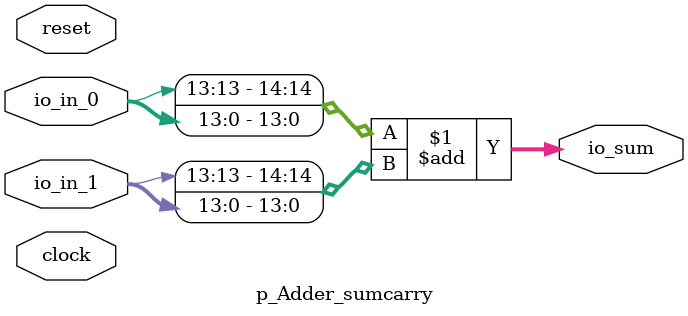
<source format=sv>
module p_Adder_sumcarry(
  input         clock,
                reset,
  input  [13:0] io_in_0,
                io_in_1,
  output [14:0] io_sum
);

  assign io_sum = {io_in_0[13], io_in_0} + {io_in_1[13], io_in_1};
endmodule


</source>
